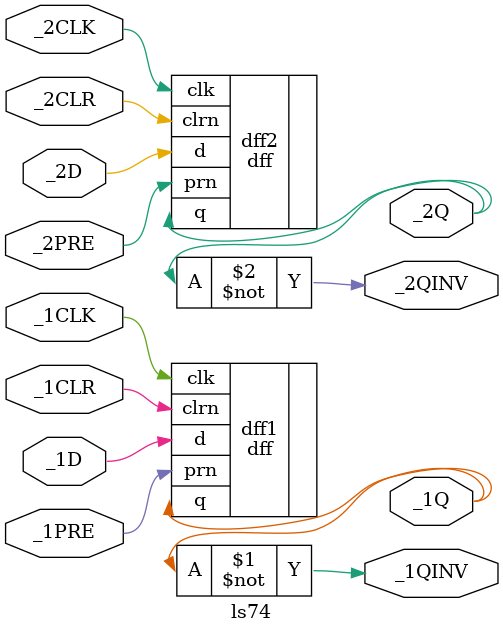
<source format=sv>
/*#########################################################################
#File Name:     ls74.sv
#Description:   SN74LS74AN - Dual D-Type Positive Edge Triggered Flip Flops
#               with Preset and Clear
#
#Date:          
#Programmer:    Jonathon McEllin, S00150412
#Version:       Rev. 1.00
#
#Notes:         The dff primitive used is part of Intel's library.
#
#Future work: 	Replace with suitable User Defined Primitive or Module,
#				to increase portability.
##########################################################################*/

module ls74(_1CLR, _1D, _1CLK, _1PRE, _1Q, _1QINV, _2CLR, _2D, _2CLK, _2PRE, _2Q, _2QINV);

	input wire _1CLR, _1D, _1CLK, _1PRE, _2CLR, _2D, _2CLK, _2PRE;
	output reg _1Q, _2Q;
	output wire _1QINV, _2QINV;
	
	/* DFF Output Inverts */
	not(_1QINV, _1Q);
	not(_2QINV, _2Q);

	dff dff1 (.d(_1D), .clk(_1CLK), .clrn(_1CLR), .prn(_1PRE), .q(_1Q));
	dff dff2 (.d(_2D), .clk(_2CLK), .clrn(_2CLR), .prn(_2PRE), .q(_2Q));
	
endmodule

</source>
